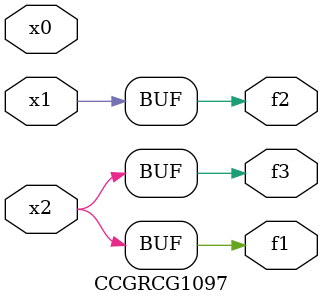
<source format=v>
module CCGRCG1097(
	input x0, x1, x2,
	output f1, f2, f3
);
	assign f1 = x2;
	assign f2 = x1;
	assign f3 = x2;
endmodule

</source>
